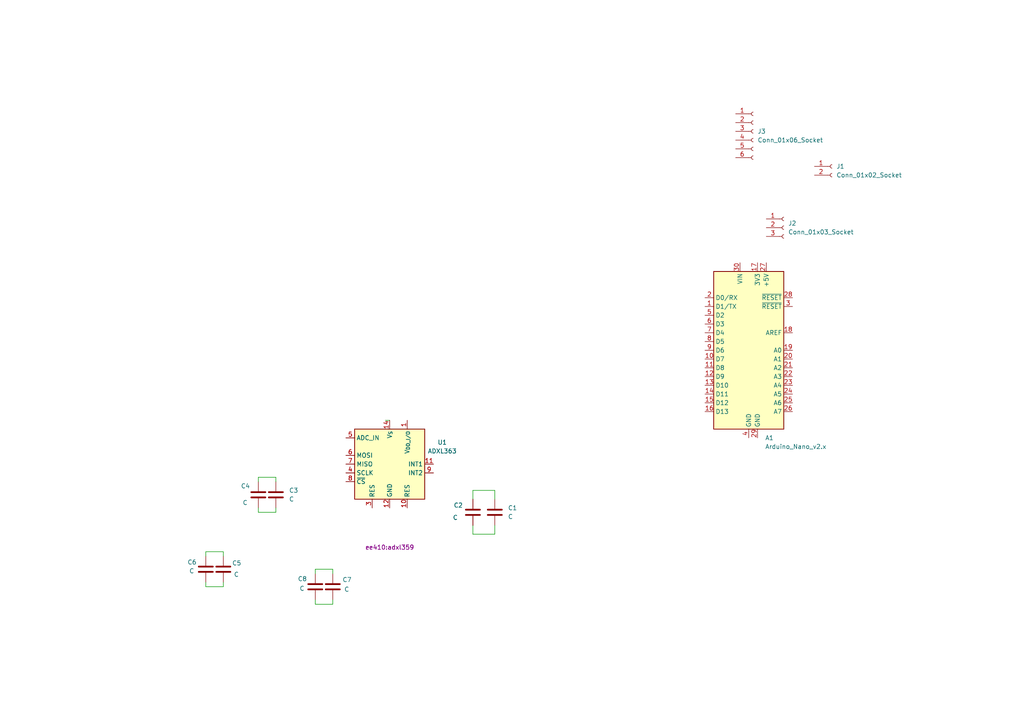
<source format=kicad_sch>
(kicad_sch
	(version 20231120)
	(generator "eeschema")
	(generator_version "8.0")
	(uuid "2848e7d1-fca4-4b90-bf80-04a83aeabd36")
	(paper "A4")
	(lib_symbols
		(symbol "Connector:Conn_01x02_Socket"
			(pin_names
				(offset 1.016) hide)
			(exclude_from_sim no)
			(in_bom yes)
			(on_board yes)
			(property "Reference" "J"
				(at 0 2.54 0)
				(effects
					(font
						(size 1.27 1.27)
					)
				)
			)
			(property "Value" "Conn_01x02_Socket"
				(at 0 -5.08 0)
				(effects
					(font
						(size 1.27 1.27)
					)
				)
			)
			(property "Footprint" ""
				(at 0 0 0)
				(effects
					(font
						(size 1.27 1.27)
					)
					(hide yes)
				)
			)
			(property "Datasheet" "~"
				(at 0 0 0)
				(effects
					(font
						(size 1.27 1.27)
					)
					(hide yes)
				)
			)
			(property "Description" "Generic connector, single row, 01x02, script generated"
				(at 0 0 0)
				(effects
					(font
						(size 1.27 1.27)
					)
					(hide yes)
				)
			)
			(property "ki_locked" ""
				(at 0 0 0)
				(effects
					(font
						(size 1.27 1.27)
					)
				)
			)
			(property "ki_keywords" "connector"
				(at 0 0 0)
				(effects
					(font
						(size 1.27 1.27)
					)
					(hide yes)
				)
			)
			(property "ki_fp_filters" "Connector*:*_1x??_*"
				(at 0 0 0)
				(effects
					(font
						(size 1.27 1.27)
					)
					(hide yes)
				)
			)
			(symbol "Conn_01x02_Socket_1_1"
				(arc
					(start 0 -2.032)
					(mid -0.5058 -2.54)
					(end 0 -3.048)
					(stroke
						(width 0.1524)
						(type default)
					)
					(fill
						(type none)
					)
				)
				(polyline
					(pts
						(xy -1.27 -2.54) (xy -0.508 -2.54)
					)
					(stroke
						(width 0.1524)
						(type default)
					)
					(fill
						(type none)
					)
				)
				(polyline
					(pts
						(xy -1.27 0) (xy -0.508 0)
					)
					(stroke
						(width 0.1524)
						(type default)
					)
					(fill
						(type none)
					)
				)
				(arc
					(start 0 0.508)
					(mid -0.5058 0)
					(end 0 -0.508)
					(stroke
						(width 0.1524)
						(type default)
					)
					(fill
						(type none)
					)
				)
				(pin passive line
					(at -5.08 0 0)
					(length 3.81)
					(name "Pin_1"
						(effects
							(font
								(size 1.27 1.27)
							)
						)
					)
					(number "1"
						(effects
							(font
								(size 1.27 1.27)
							)
						)
					)
				)
				(pin passive line
					(at -5.08 -2.54 0)
					(length 3.81)
					(name "Pin_2"
						(effects
							(font
								(size 1.27 1.27)
							)
						)
					)
					(number "2"
						(effects
							(font
								(size 1.27 1.27)
							)
						)
					)
				)
			)
		)
		(symbol "Connector:Conn_01x03_Socket"
			(pin_names
				(offset 1.016) hide)
			(exclude_from_sim no)
			(in_bom yes)
			(on_board yes)
			(property "Reference" "J"
				(at 0 5.08 0)
				(effects
					(font
						(size 1.27 1.27)
					)
				)
			)
			(property "Value" "Conn_01x03_Socket"
				(at 0 -5.08 0)
				(effects
					(font
						(size 1.27 1.27)
					)
				)
			)
			(property "Footprint" ""
				(at 0 0 0)
				(effects
					(font
						(size 1.27 1.27)
					)
					(hide yes)
				)
			)
			(property "Datasheet" "~"
				(at 0 0 0)
				(effects
					(font
						(size 1.27 1.27)
					)
					(hide yes)
				)
			)
			(property "Description" "Generic connector, single row, 01x03, script generated"
				(at 0 0 0)
				(effects
					(font
						(size 1.27 1.27)
					)
					(hide yes)
				)
			)
			(property "ki_locked" ""
				(at 0 0 0)
				(effects
					(font
						(size 1.27 1.27)
					)
				)
			)
			(property "ki_keywords" "connector"
				(at 0 0 0)
				(effects
					(font
						(size 1.27 1.27)
					)
					(hide yes)
				)
			)
			(property "ki_fp_filters" "Connector*:*_1x??_*"
				(at 0 0 0)
				(effects
					(font
						(size 1.27 1.27)
					)
					(hide yes)
				)
			)
			(symbol "Conn_01x03_Socket_1_1"
				(arc
					(start 0 -2.032)
					(mid -0.5058 -2.54)
					(end 0 -3.048)
					(stroke
						(width 0.1524)
						(type default)
					)
					(fill
						(type none)
					)
				)
				(polyline
					(pts
						(xy -1.27 -2.54) (xy -0.508 -2.54)
					)
					(stroke
						(width 0.1524)
						(type default)
					)
					(fill
						(type none)
					)
				)
				(polyline
					(pts
						(xy -1.27 0) (xy -0.508 0)
					)
					(stroke
						(width 0.1524)
						(type default)
					)
					(fill
						(type none)
					)
				)
				(polyline
					(pts
						(xy -1.27 2.54) (xy -0.508 2.54)
					)
					(stroke
						(width 0.1524)
						(type default)
					)
					(fill
						(type none)
					)
				)
				(arc
					(start 0 0.508)
					(mid -0.5058 0)
					(end 0 -0.508)
					(stroke
						(width 0.1524)
						(type default)
					)
					(fill
						(type none)
					)
				)
				(arc
					(start 0 3.048)
					(mid -0.5058 2.54)
					(end 0 2.032)
					(stroke
						(width 0.1524)
						(type default)
					)
					(fill
						(type none)
					)
				)
				(pin passive line
					(at -5.08 2.54 0)
					(length 3.81)
					(name "Pin_1"
						(effects
							(font
								(size 1.27 1.27)
							)
						)
					)
					(number "1"
						(effects
							(font
								(size 1.27 1.27)
							)
						)
					)
				)
				(pin passive line
					(at -5.08 0 0)
					(length 3.81)
					(name "Pin_2"
						(effects
							(font
								(size 1.27 1.27)
							)
						)
					)
					(number "2"
						(effects
							(font
								(size 1.27 1.27)
							)
						)
					)
				)
				(pin passive line
					(at -5.08 -2.54 0)
					(length 3.81)
					(name "Pin_3"
						(effects
							(font
								(size 1.27 1.27)
							)
						)
					)
					(number "3"
						(effects
							(font
								(size 1.27 1.27)
							)
						)
					)
				)
			)
		)
		(symbol "Connector:Conn_01x06_Socket"
			(pin_names
				(offset 1.016) hide)
			(exclude_from_sim no)
			(in_bom yes)
			(on_board yes)
			(property "Reference" "J"
				(at 0 7.62 0)
				(effects
					(font
						(size 1.27 1.27)
					)
				)
			)
			(property "Value" "Conn_01x06_Socket"
				(at 0 -10.16 0)
				(effects
					(font
						(size 1.27 1.27)
					)
				)
			)
			(property "Footprint" ""
				(at 0 0 0)
				(effects
					(font
						(size 1.27 1.27)
					)
					(hide yes)
				)
			)
			(property "Datasheet" "~"
				(at 0 0 0)
				(effects
					(font
						(size 1.27 1.27)
					)
					(hide yes)
				)
			)
			(property "Description" "Generic connector, single row, 01x06, script generated"
				(at 0 0 0)
				(effects
					(font
						(size 1.27 1.27)
					)
					(hide yes)
				)
			)
			(property "ki_locked" ""
				(at 0 0 0)
				(effects
					(font
						(size 1.27 1.27)
					)
				)
			)
			(property "ki_keywords" "connector"
				(at 0 0 0)
				(effects
					(font
						(size 1.27 1.27)
					)
					(hide yes)
				)
			)
			(property "ki_fp_filters" "Connector*:*_1x??_*"
				(at 0 0 0)
				(effects
					(font
						(size 1.27 1.27)
					)
					(hide yes)
				)
			)
			(symbol "Conn_01x06_Socket_1_1"
				(arc
					(start 0 -7.112)
					(mid -0.5058 -7.62)
					(end 0 -8.128)
					(stroke
						(width 0.1524)
						(type default)
					)
					(fill
						(type none)
					)
				)
				(arc
					(start 0 -4.572)
					(mid -0.5058 -5.08)
					(end 0 -5.588)
					(stroke
						(width 0.1524)
						(type default)
					)
					(fill
						(type none)
					)
				)
				(arc
					(start 0 -2.032)
					(mid -0.5058 -2.54)
					(end 0 -3.048)
					(stroke
						(width 0.1524)
						(type default)
					)
					(fill
						(type none)
					)
				)
				(polyline
					(pts
						(xy -1.27 -7.62) (xy -0.508 -7.62)
					)
					(stroke
						(width 0.1524)
						(type default)
					)
					(fill
						(type none)
					)
				)
				(polyline
					(pts
						(xy -1.27 -5.08) (xy -0.508 -5.08)
					)
					(stroke
						(width 0.1524)
						(type default)
					)
					(fill
						(type none)
					)
				)
				(polyline
					(pts
						(xy -1.27 -2.54) (xy -0.508 -2.54)
					)
					(stroke
						(width 0.1524)
						(type default)
					)
					(fill
						(type none)
					)
				)
				(polyline
					(pts
						(xy -1.27 0) (xy -0.508 0)
					)
					(stroke
						(width 0.1524)
						(type default)
					)
					(fill
						(type none)
					)
				)
				(polyline
					(pts
						(xy -1.27 2.54) (xy -0.508 2.54)
					)
					(stroke
						(width 0.1524)
						(type default)
					)
					(fill
						(type none)
					)
				)
				(polyline
					(pts
						(xy -1.27 5.08) (xy -0.508 5.08)
					)
					(stroke
						(width 0.1524)
						(type default)
					)
					(fill
						(type none)
					)
				)
				(arc
					(start 0 0.508)
					(mid -0.5058 0)
					(end 0 -0.508)
					(stroke
						(width 0.1524)
						(type default)
					)
					(fill
						(type none)
					)
				)
				(arc
					(start 0 3.048)
					(mid -0.5058 2.54)
					(end 0 2.032)
					(stroke
						(width 0.1524)
						(type default)
					)
					(fill
						(type none)
					)
				)
				(arc
					(start 0 5.588)
					(mid -0.5058 5.08)
					(end 0 4.572)
					(stroke
						(width 0.1524)
						(type default)
					)
					(fill
						(type none)
					)
				)
				(pin passive line
					(at -5.08 5.08 0)
					(length 3.81)
					(name "Pin_1"
						(effects
							(font
								(size 1.27 1.27)
							)
						)
					)
					(number "1"
						(effects
							(font
								(size 1.27 1.27)
							)
						)
					)
				)
				(pin passive line
					(at -5.08 2.54 0)
					(length 3.81)
					(name "Pin_2"
						(effects
							(font
								(size 1.27 1.27)
							)
						)
					)
					(number "2"
						(effects
							(font
								(size 1.27 1.27)
							)
						)
					)
				)
				(pin passive line
					(at -5.08 0 0)
					(length 3.81)
					(name "Pin_3"
						(effects
							(font
								(size 1.27 1.27)
							)
						)
					)
					(number "3"
						(effects
							(font
								(size 1.27 1.27)
							)
						)
					)
				)
				(pin passive line
					(at -5.08 -2.54 0)
					(length 3.81)
					(name "Pin_4"
						(effects
							(font
								(size 1.27 1.27)
							)
						)
					)
					(number "4"
						(effects
							(font
								(size 1.27 1.27)
							)
						)
					)
				)
				(pin passive line
					(at -5.08 -5.08 0)
					(length 3.81)
					(name "Pin_5"
						(effects
							(font
								(size 1.27 1.27)
							)
						)
					)
					(number "5"
						(effects
							(font
								(size 1.27 1.27)
							)
						)
					)
				)
				(pin passive line
					(at -5.08 -7.62 0)
					(length 3.81)
					(name "Pin_6"
						(effects
							(font
								(size 1.27 1.27)
							)
						)
					)
					(number "6"
						(effects
							(font
								(size 1.27 1.27)
							)
						)
					)
				)
			)
		)
		(symbol "Device:C"
			(pin_numbers hide)
			(pin_names
				(offset 0.254)
			)
			(exclude_from_sim no)
			(in_bom yes)
			(on_board yes)
			(property "Reference" "C"
				(at 0.635 2.54 0)
				(effects
					(font
						(size 1.27 1.27)
					)
					(justify left)
				)
			)
			(property "Value" "C"
				(at 0.635 -2.54 0)
				(effects
					(font
						(size 1.27 1.27)
					)
					(justify left)
				)
			)
			(property "Footprint" ""
				(at 0.9652 -3.81 0)
				(effects
					(font
						(size 1.27 1.27)
					)
					(hide yes)
				)
			)
			(property "Datasheet" "~"
				(at 0 0 0)
				(effects
					(font
						(size 1.27 1.27)
					)
					(hide yes)
				)
			)
			(property "Description" "Unpolarized capacitor"
				(at 0 0 0)
				(effects
					(font
						(size 1.27 1.27)
					)
					(hide yes)
				)
			)
			(property "ki_keywords" "cap capacitor"
				(at 0 0 0)
				(effects
					(font
						(size 1.27 1.27)
					)
					(hide yes)
				)
			)
			(property "ki_fp_filters" "C_*"
				(at 0 0 0)
				(effects
					(font
						(size 1.27 1.27)
					)
					(hide yes)
				)
			)
			(symbol "C_0_1"
				(polyline
					(pts
						(xy -2.032 -0.762) (xy 2.032 -0.762)
					)
					(stroke
						(width 0.508)
						(type default)
					)
					(fill
						(type none)
					)
				)
				(polyline
					(pts
						(xy -2.032 0.762) (xy 2.032 0.762)
					)
					(stroke
						(width 0.508)
						(type default)
					)
					(fill
						(type none)
					)
				)
			)
			(symbol "C_1_1"
				(pin passive line
					(at 0 3.81 270)
					(length 2.794)
					(name "~"
						(effects
							(font
								(size 1.27 1.27)
							)
						)
					)
					(number "1"
						(effects
							(font
								(size 1.27 1.27)
							)
						)
					)
				)
				(pin passive line
					(at 0 -3.81 90)
					(length 2.794)
					(name "~"
						(effects
							(font
								(size 1.27 1.27)
							)
						)
					)
					(number "2"
						(effects
							(font
								(size 1.27 1.27)
							)
						)
					)
				)
			)
		)
		(symbol "MCU_Module:Arduino_Nano_v2.x"
			(exclude_from_sim no)
			(in_bom yes)
			(on_board yes)
			(property "Reference" "A"
				(at -10.16 23.495 0)
				(effects
					(font
						(size 1.27 1.27)
					)
					(justify left bottom)
				)
			)
			(property "Value" "Arduino_Nano_v2.x"
				(at 5.08 -24.13 0)
				(effects
					(font
						(size 1.27 1.27)
					)
					(justify left top)
				)
			)
			(property "Footprint" "Module:Arduino_Nano"
				(at 0 0 0)
				(effects
					(font
						(size 1.27 1.27)
						(italic yes)
					)
					(hide yes)
				)
			)
			(property "Datasheet" "https://www.arduino.cc/en/uploads/Main/ArduinoNanoManual23.pdf"
				(at 0 0 0)
				(effects
					(font
						(size 1.27 1.27)
					)
					(hide yes)
				)
			)
			(property "Description" "Arduino Nano v2.x"
				(at 0 0 0)
				(effects
					(font
						(size 1.27 1.27)
					)
					(hide yes)
				)
			)
			(property "ki_keywords" "Arduino nano microcontroller module USB"
				(at 0 0 0)
				(effects
					(font
						(size 1.27 1.27)
					)
					(hide yes)
				)
			)
			(property "ki_fp_filters" "Arduino*Nano*"
				(at 0 0 0)
				(effects
					(font
						(size 1.27 1.27)
					)
					(hide yes)
				)
			)
			(symbol "Arduino_Nano_v2.x_0_1"
				(rectangle
					(start -10.16 22.86)
					(end 10.16 -22.86)
					(stroke
						(width 0.254)
						(type default)
					)
					(fill
						(type background)
					)
				)
			)
			(symbol "Arduino_Nano_v2.x_1_1"
				(pin bidirectional line
					(at -12.7 12.7 0)
					(length 2.54)
					(name "D1/TX"
						(effects
							(font
								(size 1.27 1.27)
							)
						)
					)
					(number "1"
						(effects
							(font
								(size 1.27 1.27)
							)
						)
					)
				)
				(pin bidirectional line
					(at -12.7 -2.54 0)
					(length 2.54)
					(name "D7"
						(effects
							(font
								(size 1.27 1.27)
							)
						)
					)
					(number "10"
						(effects
							(font
								(size 1.27 1.27)
							)
						)
					)
				)
				(pin bidirectional line
					(at -12.7 -5.08 0)
					(length 2.54)
					(name "D8"
						(effects
							(font
								(size 1.27 1.27)
							)
						)
					)
					(number "11"
						(effects
							(font
								(size 1.27 1.27)
							)
						)
					)
				)
				(pin bidirectional line
					(at -12.7 -7.62 0)
					(length 2.54)
					(name "D9"
						(effects
							(font
								(size 1.27 1.27)
							)
						)
					)
					(number "12"
						(effects
							(font
								(size 1.27 1.27)
							)
						)
					)
				)
				(pin bidirectional line
					(at -12.7 -10.16 0)
					(length 2.54)
					(name "D10"
						(effects
							(font
								(size 1.27 1.27)
							)
						)
					)
					(number "13"
						(effects
							(font
								(size 1.27 1.27)
							)
						)
					)
				)
				(pin bidirectional line
					(at -12.7 -12.7 0)
					(length 2.54)
					(name "D11"
						(effects
							(font
								(size 1.27 1.27)
							)
						)
					)
					(number "14"
						(effects
							(font
								(size 1.27 1.27)
							)
						)
					)
				)
				(pin bidirectional line
					(at -12.7 -15.24 0)
					(length 2.54)
					(name "D12"
						(effects
							(font
								(size 1.27 1.27)
							)
						)
					)
					(number "15"
						(effects
							(font
								(size 1.27 1.27)
							)
						)
					)
				)
				(pin bidirectional line
					(at -12.7 -17.78 0)
					(length 2.54)
					(name "D13"
						(effects
							(font
								(size 1.27 1.27)
							)
						)
					)
					(number "16"
						(effects
							(font
								(size 1.27 1.27)
							)
						)
					)
				)
				(pin power_out line
					(at 2.54 25.4 270)
					(length 2.54)
					(name "3V3"
						(effects
							(font
								(size 1.27 1.27)
							)
						)
					)
					(number "17"
						(effects
							(font
								(size 1.27 1.27)
							)
						)
					)
				)
				(pin input line
					(at 12.7 5.08 180)
					(length 2.54)
					(name "AREF"
						(effects
							(font
								(size 1.27 1.27)
							)
						)
					)
					(number "18"
						(effects
							(font
								(size 1.27 1.27)
							)
						)
					)
				)
				(pin bidirectional line
					(at 12.7 0 180)
					(length 2.54)
					(name "A0"
						(effects
							(font
								(size 1.27 1.27)
							)
						)
					)
					(number "19"
						(effects
							(font
								(size 1.27 1.27)
							)
						)
					)
				)
				(pin bidirectional line
					(at -12.7 15.24 0)
					(length 2.54)
					(name "D0/RX"
						(effects
							(font
								(size 1.27 1.27)
							)
						)
					)
					(number "2"
						(effects
							(font
								(size 1.27 1.27)
							)
						)
					)
				)
				(pin bidirectional line
					(at 12.7 -2.54 180)
					(length 2.54)
					(name "A1"
						(effects
							(font
								(size 1.27 1.27)
							)
						)
					)
					(number "20"
						(effects
							(font
								(size 1.27 1.27)
							)
						)
					)
				)
				(pin bidirectional line
					(at 12.7 -5.08 180)
					(length 2.54)
					(name "A2"
						(effects
							(font
								(size 1.27 1.27)
							)
						)
					)
					(number "21"
						(effects
							(font
								(size 1.27 1.27)
							)
						)
					)
				)
				(pin bidirectional line
					(at 12.7 -7.62 180)
					(length 2.54)
					(name "A3"
						(effects
							(font
								(size 1.27 1.27)
							)
						)
					)
					(number "22"
						(effects
							(font
								(size 1.27 1.27)
							)
						)
					)
				)
				(pin bidirectional line
					(at 12.7 -10.16 180)
					(length 2.54)
					(name "A4"
						(effects
							(font
								(size 1.27 1.27)
							)
						)
					)
					(number "23"
						(effects
							(font
								(size 1.27 1.27)
							)
						)
					)
				)
				(pin bidirectional line
					(at 12.7 -12.7 180)
					(length 2.54)
					(name "A5"
						(effects
							(font
								(size 1.27 1.27)
							)
						)
					)
					(number "24"
						(effects
							(font
								(size 1.27 1.27)
							)
						)
					)
				)
				(pin bidirectional line
					(at 12.7 -15.24 180)
					(length 2.54)
					(name "A6"
						(effects
							(font
								(size 1.27 1.27)
							)
						)
					)
					(number "25"
						(effects
							(font
								(size 1.27 1.27)
							)
						)
					)
				)
				(pin bidirectional line
					(at 12.7 -17.78 180)
					(length 2.54)
					(name "A7"
						(effects
							(font
								(size 1.27 1.27)
							)
						)
					)
					(number "26"
						(effects
							(font
								(size 1.27 1.27)
							)
						)
					)
				)
				(pin power_out line
					(at 5.08 25.4 270)
					(length 2.54)
					(name "+5V"
						(effects
							(font
								(size 1.27 1.27)
							)
						)
					)
					(number "27"
						(effects
							(font
								(size 1.27 1.27)
							)
						)
					)
				)
				(pin input line
					(at 12.7 15.24 180)
					(length 2.54)
					(name "~{RESET}"
						(effects
							(font
								(size 1.27 1.27)
							)
						)
					)
					(number "28"
						(effects
							(font
								(size 1.27 1.27)
							)
						)
					)
				)
				(pin power_in line
					(at 2.54 -25.4 90)
					(length 2.54)
					(name "GND"
						(effects
							(font
								(size 1.27 1.27)
							)
						)
					)
					(number "29"
						(effects
							(font
								(size 1.27 1.27)
							)
						)
					)
				)
				(pin input line
					(at 12.7 12.7 180)
					(length 2.54)
					(name "~{RESET}"
						(effects
							(font
								(size 1.27 1.27)
							)
						)
					)
					(number "3"
						(effects
							(font
								(size 1.27 1.27)
							)
						)
					)
				)
				(pin power_in line
					(at -2.54 25.4 270)
					(length 2.54)
					(name "VIN"
						(effects
							(font
								(size 1.27 1.27)
							)
						)
					)
					(number "30"
						(effects
							(font
								(size 1.27 1.27)
							)
						)
					)
				)
				(pin power_in line
					(at 0 -25.4 90)
					(length 2.54)
					(name "GND"
						(effects
							(font
								(size 1.27 1.27)
							)
						)
					)
					(number "4"
						(effects
							(font
								(size 1.27 1.27)
							)
						)
					)
				)
				(pin bidirectional line
					(at -12.7 10.16 0)
					(length 2.54)
					(name "D2"
						(effects
							(font
								(size 1.27 1.27)
							)
						)
					)
					(number "5"
						(effects
							(font
								(size 1.27 1.27)
							)
						)
					)
				)
				(pin bidirectional line
					(at -12.7 7.62 0)
					(length 2.54)
					(name "D3"
						(effects
							(font
								(size 1.27 1.27)
							)
						)
					)
					(number "6"
						(effects
							(font
								(size 1.27 1.27)
							)
						)
					)
				)
				(pin bidirectional line
					(at -12.7 5.08 0)
					(length 2.54)
					(name "D4"
						(effects
							(font
								(size 1.27 1.27)
							)
						)
					)
					(number "7"
						(effects
							(font
								(size 1.27 1.27)
							)
						)
					)
				)
				(pin bidirectional line
					(at -12.7 2.54 0)
					(length 2.54)
					(name "D5"
						(effects
							(font
								(size 1.27 1.27)
							)
						)
					)
					(number "8"
						(effects
							(font
								(size 1.27 1.27)
							)
						)
					)
				)
				(pin bidirectional line
					(at -12.7 0 0)
					(length 2.54)
					(name "D6"
						(effects
							(font
								(size 1.27 1.27)
							)
						)
					)
					(number "9"
						(effects
							(font
								(size 1.27 1.27)
							)
						)
					)
				)
			)
		)
		(symbol "Sensor_Motion:ADXL363"
			(exclude_from_sim no)
			(in_bom yes)
			(on_board yes)
			(property "Reference" "U"
				(at -8.89 11.43 0)
				(effects
					(font
						(size 1.27 1.27)
					)
				)
			)
			(property "Value" "ADXL363"
				(at 6.35 11.43 0)
				(effects
					(font
						(size 1.27 1.27)
					)
					(justify left)
				)
			)
			(property "Footprint" "Sensor_Motion:Analog_LGA-16_3.25x3mm_P0.5mm_LayoutBorder3x5y"
				(at 0 -24.13 0)
				(effects
					(font
						(size 1.27 1.27)
					)
					(hide yes)
				)
			)
			(property "Datasheet" "https://www.analog.com/media/en/technical-documentation/data-sheets/ADXL363.pdf"
				(at 0 -26.67 0)
				(effects
					(font
						(size 1.27 1.27)
					)
					(hide yes)
				)
			)
			(property "Description" "Micropower 3-Axis Accelerometer, Thermometer, 2/4/8g range, SPI, LGA-16"
				(at 0 0 0)
				(effects
					(font
						(size 1.27 1.27)
					)
					(hide yes)
				)
			)
			(property "ki_keywords" "3-axis accelerometer spi mems thermometer"
				(at 0 0 0)
				(effects
					(font
						(size 1.27 1.27)
					)
					(hide yes)
				)
			)
			(property "ki_fp_filters" "*LGA?16*3.25x3mm*P0.5mm*LayoutBorder3x5y*"
				(at 0 0 0)
				(effects
					(font
						(size 1.27 1.27)
					)
					(hide yes)
				)
			)
			(symbol "ADXL363_0_1"
				(rectangle
					(start -10.16 10.16)
					(end 10.16 -10.16)
					(stroke
						(width 0.254)
						(type default)
					)
					(fill
						(type background)
					)
				)
			)
			(symbol "ADXL363_1_1"
				(pin power_in line
					(at 5.08 12.7 270)
					(length 2.54)
					(name "V_{DD_I/O}"
						(effects
							(font
								(size 1.27 1.27)
							)
						)
					)
					(number "1"
						(effects
							(font
								(size 1.27 1.27)
							)
						)
					)
				)
				(pin passive line
					(at 5.08 -12.7 90)
					(length 2.54)
					(name "RES"
						(effects
							(font
								(size 1.27 1.27)
							)
						)
					)
					(number "10"
						(effects
							(font
								(size 1.27 1.27)
							)
						)
					)
				)
				(pin output line
					(at 12.7 0 180)
					(length 2.54)
					(name "INT1"
						(effects
							(font
								(size 1.27 1.27)
							)
						)
					)
					(number "11"
						(effects
							(font
								(size 1.27 1.27)
							)
						)
					)
				)
				(pin power_in line
					(at 0 -12.7 90)
					(length 2.54)
					(name "GND"
						(effects
							(font
								(size 1.27 1.27)
							)
						)
					)
					(number "12"
						(effects
							(font
								(size 1.27 1.27)
							)
						)
					)
				)
				(pin passive line
					(at 0 -12.7 90)
					(length 2.54) hide
					(name "GND"
						(effects
							(font
								(size 1.27 1.27)
							)
						)
					)
					(number "13"
						(effects
							(font
								(size 1.27 1.27)
							)
						)
					)
				)
				(pin power_in line
					(at 0 12.7 270)
					(length 2.54)
					(name "V_{S}"
						(effects
							(font
								(size 1.27 1.27)
							)
						)
					)
					(number "14"
						(effects
							(font
								(size 1.27 1.27)
							)
						)
					)
				)
				(pin passive line
					(at 0 -12.7 90)
					(length 2.54) hide
					(name "GND"
						(effects
							(font
								(size 1.27 1.27)
							)
						)
					)
					(number "16"
						(effects
							(font
								(size 1.27 1.27)
							)
						)
					)
				)
				(pin passive line
					(at -5.08 -12.7 90)
					(length 2.54)
					(name "RES"
						(effects
							(font
								(size 1.27 1.27)
							)
						)
					)
					(number "3"
						(effects
							(font
								(size 1.27 1.27)
							)
						)
					)
				)
				(pin input line
					(at -12.7 -2.54 0)
					(length 2.54)
					(name "SCLK"
						(effects
							(font
								(size 1.27 1.27)
							)
						)
					)
					(number "4"
						(effects
							(font
								(size 1.27 1.27)
							)
						)
					)
				)
				(pin input line
					(at -12.7 7.62 0)
					(length 2.54)
					(name "ADC_IN"
						(effects
							(font
								(size 1.27 1.27)
							)
						)
					)
					(number "5"
						(effects
							(font
								(size 1.27 1.27)
							)
						)
					)
				)
				(pin input line
					(at -12.7 2.54 0)
					(length 2.54)
					(name "MOSI"
						(effects
							(font
								(size 1.27 1.27)
							)
						)
					)
					(number "6"
						(effects
							(font
								(size 1.27 1.27)
							)
						)
					)
				)
				(pin output line
					(at -12.7 0 0)
					(length 2.54)
					(name "MISO"
						(effects
							(font
								(size 1.27 1.27)
							)
						)
					)
					(number "7"
						(effects
							(font
								(size 1.27 1.27)
							)
						)
					)
				)
				(pin input line
					(at -12.7 -5.08 0)
					(length 2.54)
					(name "~{CS}"
						(effects
							(font
								(size 1.27 1.27)
							)
						)
					)
					(number "8"
						(effects
							(font
								(size 1.27 1.27)
							)
						)
					)
				)
				(pin output line
					(at 12.7 -2.54 180)
					(length 2.54)
					(name "INT2"
						(effects
							(font
								(size 1.27 1.27)
							)
						)
					)
					(number "9"
						(effects
							(font
								(size 1.27 1.27)
							)
						)
					)
				)
			)
		)
	)
	(wire
		(pts
			(xy 74.93 147.32) (xy 74.93 148.59)
		)
		(stroke
			(width 0)
			(type default)
		)
		(uuid "1335d01d-ad80-4f47-9e52-cd5c71ffd636")
	)
	(wire
		(pts
			(xy 74.93 139.7) (xy 74.93 138.43)
		)
		(stroke
			(width 0)
			(type default)
		)
		(uuid "133c51bf-3c25-401b-84b5-7b32d6d50939")
	)
	(wire
		(pts
			(xy 64.77 168.91) (xy 64.77 170.18)
		)
		(stroke
			(width 0)
			(type default)
		)
		(uuid "14a73ad6-c874-4a6b-b823-33f63f9c6dca")
	)
	(wire
		(pts
			(xy 111.76 121.92) (xy 113.03 121.92)
		)
		(stroke
			(width 0)
			(type default)
		)
		(uuid "1cc176e2-266b-48af-9531-dbc5d46a393f")
	)
	(wire
		(pts
			(xy 137.16 142.24) (xy 143.51 142.24)
		)
		(stroke
			(width 0)
			(type default)
		)
		(uuid "1e19c2b3-6391-4ed9-8119-7c96b41559ed")
	)
	(wire
		(pts
			(xy 91.44 173.99) (xy 91.44 175.26)
		)
		(stroke
			(width 0)
			(type default)
		)
		(uuid "1ec1d564-a551-4ad5-b94f-7e0401a0f7b5")
	)
	(wire
		(pts
			(xy 96.52 165.1) (xy 96.52 166.37)
		)
		(stroke
			(width 0)
			(type default)
		)
		(uuid "27d4eeaf-96db-4b99-91f5-1579e19acbe5")
	)
	(wire
		(pts
			(xy 91.44 175.26) (xy 96.52 175.26)
		)
		(stroke
			(width 0)
			(type default)
		)
		(uuid "2b3ef0bc-2841-4425-97db-ce5ed67e76af")
	)
	(wire
		(pts
			(xy 59.69 170.18) (xy 64.77 170.18)
		)
		(stroke
			(width 0)
			(type default)
		)
		(uuid "4a545b67-d246-46d7-9f41-acd51a8fec04")
	)
	(wire
		(pts
			(xy 137.16 154.94) (xy 143.51 154.94)
		)
		(stroke
			(width 0)
			(type default)
		)
		(uuid "563d8f16-8b21-492f-9a71-0375f72f036e")
	)
	(wire
		(pts
			(xy 80.01 138.43) (xy 80.01 139.7)
		)
		(stroke
			(width 0)
			(type default)
		)
		(uuid "5eac2e8f-60ec-4d6f-906d-09bc8c2a39b7")
	)
	(wire
		(pts
			(xy 64.77 160.02) (xy 64.77 161.29)
		)
		(stroke
			(width 0)
			(type default)
		)
		(uuid "682b9f69-e3a1-4898-a473-b839c96e74d6")
	)
	(wire
		(pts
			(xy 74.93 138.43) (xy 80.01 138.43)
		)
		(stroke
			(width 0)
			(type default)
		)
		(uuid "74dd7311-d32d-4988-bbd2-8d50583c5938")
	)
	(wire
		(pts
			(xy 96.52 173.99) (xy 96.52 175.26)
		)
		(stroke
			(width 0)
			(type default)
		)
		(uuid "75e9e186-9185-414d-b3df-054be7d1fd7f")
	)
	(wire
		(pts
			(xy 137.16 152.4) (xy 137.16 154.94)
		)
		(stroke
			(width 0)
			(type default)
		)
		(uuid "8e446260-bb1f-47d5-8f15-da4d5e91b15f")
	)
	(wire
		(pts
			(xy 59.69 160.02) (xy 64.77 160.02)
		)
		(stroke
			(width 0)
			(type default)
		)
		(uuid "9cd71172-4469-41ed-a126-b11a9a5b392a")
	)
	(wire
		(pts
			(xy 80.01 148.59) (xy 80.01 147.32)
		)
		(stroke
			(width 0)
			(type default)
		)
		(uuid "c1d6af75-c139-4988-a55b-17da79cf8e5d")
	)
	(wire
		(pts
			(xy 137.16 144.78) (xy 137.16 142.24)
		)
		(stroke
			(width 0)
			(type default)
		)
		(uuid "cc781c2d-09b9-4163-ba08-f89bddcb16f7")
	)
	(wire
		(pts
			(xy 91.44 166.37) (xy 91.44 165.1)
		)
		(stroke
			(width 0)
			(type default)
		)
		(uuid "ceace490-feb0-477b-8819-05ad74eea3af")
	)
	(wire
		(pts
			(xy 143.51 154.94) (xy 143.51 152.4)
		)
		(stroke
			(width 0)
			(type default)
		)
		(uuid "d3782a46-d882-41b3-a0d0-1d4ebd5bc46f")
	)
	(wire
		(pts
			(xy 59.69 168.91) (xy 59.69 170.18)
		)
		(stroke
			(width 0)
			(type default)
		)
		(uuid "d6098b3c-d240-434a-a686-5a187c06ce58")
	)
	(wire
		(pts
			(xy 91.44 165.1) (xy 96.52 165.1)
		)
		(stroke
			(width 0)
			(type default)
		)
		(uuid "e5125f7a-1d65-42e4-bb09-0b42cf334218")
	)
	(wire
		(pts
			(xy 143.51 142.24) (xy 143.51 144.78)
		)
		(stroke
			(width 0)
			(type default)
		)
		(uuid "e6fdcbc5-97b1-43d7-8fa6-f9a2f5a7fa0e")
	)
	(wire
		(pts
			(xy 59.69 161.29) (xy 59.69 160.02)
		)
		(stroke
			(width 0)
			(type default)
		)
		(uuid "e8902ff6-b3c1-466b-b8f1-6f81ddd216f0")
	)
	(wire
		(pts
			(xy 74.93 148.59) (xy 80.01 148.59)
		)
		(stroke
			(width 0)
			(type default)
		)
		(uuid "f761eed8-7f8c-44cd-a642-97961a7f914f")
	)
	(symbol
		(lib_id "Device:C")
		(at 137.16 148.59 0)
		(unit 1)
		(exclude_from_sim no)
		(in_bom yes)
		(on_board yes)
		(dnp no)
		(uuid "018dcd19-c04c-4f9c-85f2-0c83ac6c39c5")
		(property "Reference" "C2"
			(at 131.572 146.558 0)
			(effects
				(font
					(size 1.27 1.27)
				)
				(justify left)
			)
		)
		(property "Value" "C"
			(at 131.318 150.114 0)
			(effects
				(font
					(size 1.27 1.27)
				)
				(justify left)
			)
		)
		(property "Footprint" "Capacitor_SMD:C_0603_1608Metric_Pad1.08x0.95mm_HandSolder"
			(at 162.306 143.256 0)
			(effects
				(font
					(size 1.27 1.27)
				)
				(hide yes)
			)
		)
		(property "Datasheet" "~"
			(at 137.16 148.59 0)
			(effects
				(font
					(size 1.27 1.27)
				)
				(hide yes)
			)
		)
		(property "Description" "Unpolarized capacitor"
			(at 137.16 148.59 0)
			(effects
				(font
					(size 1.27 1.27)
				)
				(hide yes)
			)
		)
		(pin "1"
			(uuid "3c3d82ce-fa26-412a-ac48-519dc23783ee")
		)
		(pin "2"
			(uuid "bd4214c9-0d83-4e45-bfaf-ac2dbf0280a0")
		)
		(instances
			(project "carte-ee410"
				(path "/2848e7d1-fca4-4b90-bf80-04a83aeabd36"
					(reference "C2")
					(unit 1)
				)
			)
		)
	)
	(symbol
		(lib_id "Device:C")
		(at 74.93 143.51 0)
		(unit 1)
		(exclude_from_sim no)
		(in_bom yes)
		(on_board yes)
		(dnp no)
		(uuid "09b365a2-1638-4e8d-87e6-231e69c8bd44")
		(property "Reference" "C4"
			(at 69.85 140.97 0)
			(effects
				(font
					(size 1.27 1.27)
				)
				(justify left)
			)
		)
		(property "Value" "C"
			(at 70.358 145.796 0)
			(effects
				(font
					(size 1.27 1.27)
				)
				(justify left)
			)
		)
		(property "Footprint" "Capacitor_SMD:C_0603_1608Metric_Pad1.08x0.95mm_HandSolder"
			(at 56.134 137.16 0)
			(effects
				(font
					(size 1.27 1.27)
				)
				(hide yes)
			)
		)
		(property "Datasheet" "~"
			(at 74.93 143.51 0)
			(effects
				(font
					(size 1.27 1.27)
				)
				(hide yes)
			)
		)
		(property "Description" "Unpolarized capacitor"
			(at 74.93 143.51 0)
			(effects
				(font
					(size 1.27 1.27)
				)
				(hide yes)
			)
		)
		(pin "1"
			(uuid "ffe77267-7540-442c-bba7-bdeb6b85f60f")
		)
		(pin "2"
			(uuid "84229c9e-9728-4cad-8c3f-fbd69818fa2e")
		)
		(instances
			(project "carte-ee410"
				(path "/2848e7d1-fca4-4b90-bf80-04a83aeabd36"
					(reference "C4")
					(unit 1)
				)
			)
		)
	)
	(symbol
		(lib_id "Connector:Conn_01x03_Socket")
		(at 227.33 66.04 0)
		(unit 1)
		(exclude_from_sim no)
		(in_bom yes)
		(on_board yes)
		(dnp no)
		(uuid "3ef2c415-55da-4cfa-96b1-fd72baa5dafb")
		(property "Reference" "J2"
			(at 228.6 64.7699 0)
			(effects
				(font
					(size 1.27 1.27)
				)
				(justify left)
			)
		)
		(property "Value" "Conn_01x03_Socket"
			(at 228.6 67.3099 0)
			(effects
				(font
					(size 1.27 1.27)
				)
				(justify left)
			)
		)
		(property "Footprint" "Connector_Samtec_HPM_THT:Samtec_HPM-03-01-x-S_Straight_1x03_Pitch5.08mm"
			(at 218.44 60.452 0)
			(effects
				(font
					(size 1.27 1.27)
				)
				(hide yes)
			)
		)
		(property "Datasheet" "~"
			(at 227.33 66.04 0)
			(effects
				(font
					(size 1.27 1.27)
				)
				(hide yes)
			)
		)
		(property "Description" "Generic connector, single row, 01x03, script generated"
			(at 227.33 66.04 0)
			(effects
				(font
					(size 1.27 1.27)
				)
				(hide yes)
			)
		)
		(pin "1"
			(uuid "038031f7-6236-407c-b51f-04f8c5abd1aa")
		)
		(pin "3"
			(uuid "10eebade-29ed-4068-9cf4-53bcba5098a7")
		)
		(pin "2"
			(uuid "c9a2455f-28d9-4029-8143-772aefef5b53")
		)
		(instances
			(project "carte-ee410"
				(path "/2848e7d1-fca4-4b90-bf80-04a83aeabd36"
					(reference "J2")
					(unit 1)
				)
			)
		)
	)
	(symbol
		(lib_id "Device:C")
		(at 59.69 165.1 0)
		(unit 1)
		(exclude_from_sim no)
		(in_bom yes)
		(on_board yes)
		(dnp no)
		(uuid "6b500bb0-550a-45ab-981c-6feb6e79e352")
		(property "Reference" "C6"
			(at 54.356 163.068 0)
			(effects
				(font
					(size 1.27 1.27)
				)
				(justify left)
			)
		)
		(property "Value" "C"
			(at 54.864 165.608 0)
			(effects
				(font
					(size 1.27 1.27)
				)
				(justify left)
			)
		)
		(property "Footprint" "Capacitor_SMD:C_0603_1608Metric_Pad1.08x0.95mm_HandSolder"
			(at 37.084 155.702 0)
			(effects
				(font
					(size 1.27 1.27)
				)
				(hide yes)
			)
		)
		(property "Datasheet" "~"
			(at 59.69 165.1 0)
			(effects
				(font
					(size 1.27 1.27)
				)
				(hide yes)
			)
		)
		(property "Description" "Unpolarized capacitor"
			(at 59.69 165.1 0)
			(effects
				(font
					(size 1.27 1.27)
				)
				(hide yes)
			)
		)
		(pin "1"
			(uuid "8059b9c3-8740-4e93-a4d7-46b604dec5b3")
		)
		(pin "2"
			(uuid "4a3ddf9c-0220-429c-8817-a60b9228814e")
		)
		(instances
			(project "carte-ee410"
				(path "/2848e7d1-fca4-4b90-bf80-04a83aeabd36"
					(reference "C6")
					(unit 1)
				)
			)
		)
	)
	(symbol
		(lib_id "Connector:Conn_01x06_Socket")
		(at 218.44 38.1 0)
		(unit 1)
		(exclude_from_sim no)
		(in_bom yes)
		(on_board yes)
		(dnp no)
		(uuid "78fe42ef-1e08-45e1-aa08-ba6980a19c8d")
		(property "Reference" "J3"
			(at 219.71 38.0999 0)
			(effects
				(font
					(size 1.27 1.27)
				)
				(justify left)
			)
		)
		(property "Value" "Conn_01x06_Socket"
			(at 219.71 40.6399 0)
			(effects
				(font
					(size 1.27 1.27)
				)
				(justify left)
			)
		)
		(property "Footprint" "Connector_Samtec_HPM_THT:Samtec_HPM-06-01-x-S_Straight_1x06_Pitch5.08mm"
			(at 214.884 29.21 0)
			(effects
				(font
					(size 1.27 1.27)
				)
				(hide yes)
			)
		)
		(property "Datasheet" "~"
			(at 218.44 38.1 0)
			(effects
				(font
					(size 1.27 1.27)
				)
				(hide yes)
			)
		)
		(property "Description" "Generic connector, single row, 01x06, script generated"
			(at 218.44 38.1 0)
			(effects
				(font
					(size 1.27 1.27)
				)
				(hide yes)
			)
		)
		(pin "3"
			(uuid "a0c4d5ea-cbb1-463b-93ab-6141bdbb560f")
		)
		(pin "5"
			(uuid "c2c1539b-9819-450c-a185-1cb5e535b5ec")
		)
		(pin "4"
			(uuid "764aa1ef-e996-4581-a6af-5585fa617fee")
		)
		(pin "1"
			(uuid "754ae74f-21a4-4532-9499-781cb196fc01")
		)
		(pin "6"
			(uuid "88634077-86b7-4703-aa4c-f5455481e91b")
		)
		(pin "2"
			(uuid "afa4dc8b-bec8-49d4-8012-da96a22d5052")
		)
		(instances
			(project "carte-ee410"
				(path "/2848e7d1-fca4-4b90-bf80-04a83aeabd36"
					(reference "J3")
					(unit 1)
				)
			)
		)
	)
	(symbol
		(lib_id "Device:C")
		(at 91.44 170.18 0)
		(unit 1)
		(exclude_from_sim no)
		(in_bom yes)
		(on_board yes)
		(dnp no)
		(uuid "7c01886c-a176-4256-bbea-3d9732c190f2")
		(property "Reference" "C8"
			(at 86.36 167.894 0)
			(effects
				(font
					(size 1.27 1.27)
				)
				(justify left)
			)
		)
		(property "Value" "C"
			(at 86.868 170.688 0)
			(effects
				(font
					(size 1.27 1.27)
				)
				(justify left)
			)
		)
		(property "Footprint" "Capacitor_SMD:C_0603_1608Metric_Pad1.08x0.95mm_HandSolder"
			(at 80.01 151.892 0)
			(effects
				(font
					(size 1.27 1.27)
				)
				(hide yes)
			)
		)
		(property "Datasheet" "~"
			(at 91.44 170.18 0)
			(effects
				(font
					(size 1.27 1.27)
				)
				(hide yes)
			)
		)
		(property "Description" "Unpolarized capacitor"
			(at 91.44 170.18 0)
			(effects
				(font
					(size 1.27 1.27)
				)
				(hide yes)
			)
		)
		(pin "1"
			(uuid "7fa956c4-d48d-4cb7-9a07-39d2088f0f56")
		)
		(pin "2"
			(uuid "7c2ab1ed-ab56-478b-a6ed-6449ab76f0cb")
		)
		(instances
			(project "carte-ee410"
				(path "/2848e7d1-fca4-4b90-bf80-04a83aeabd36"
					(reference "C8")
					(unit 1)
				)
			)
		)
	)
	(symbol
		(lib_id "MCU_Module:Arduino_Nano_v2.x")
		(at 217.17 101.6 0)
		(unit 1)
		(exclude_from_sim no)
		(in_bom yes)
		(on_board yes)
		(dnp no)
		(fields_autoplaced yes)
		(uuid "911f23d7-ed78-4074-993e-f11e913e7f2e")
		(property "Reference" "A1"
			(at 221.9041 127 0)
			(effects
				(font
					(size 1.27 1.27)
				)
				(justify left)
			)
		)
		(property "Value" "Arduino_Nano_v2.x"
			(at 221.9041 129.54 0)
			(effects
				(font
					(size 1.27 1.27)
				)
				(justify left)
			)
		)
		(property "Footprint" "Module:Arduino_Nano"
			(at 217.17 101.6 0)
			(effects
				(font
					(size 1.27 1.27)
					(italic yes)
				)
				(hide yes)
			)
		)
		(property "Datasheet" "https://www.arduino.cc/en/uploads/Main/ArduinoNanoManual23.pdf"
			(at 217.17 101.6 0)
			(effects
				(font
					(size 1.27 1.27)
				)
				(hide yes)
			)
		)
		(property "Description" "Arduino Nano v2.x"
			(at 217.17 101.6 0)
			(effects
				(font
					(size 1.27 1.27)
				)
				(hide yes)
			)
		)
		(pin "26"
			(uuid "08e42138-294c-4227-b3b7-9a88c06fdf79")
		)
		(pin "5"
			(uuid "9f8c64a8-c78e-4939-8f69-45c71fd5452d")
		)
		(pin "18"
			(uuid "767e9255-9c08-477d-89e9-259b9afdba0c")
		)
		(pin "2"
			(uuid "67d1748d-e184-4b33-8944-9ce7336299dd")
		)
		(pin "14"
			(uuid "0b4ded4e-c2e0-4b8c-bbd3-3ceaeb9d4897")
		)
		(pin "13"
			(uuid "3bbb84cf-5b30-49da-8d4f-7a7540555aa3")
		)
		(pin "21"
			(uuid "04c4bbca-9bc0-4d02-a8ac-637c3d80f39d")
		)
		(pin "22"
			(uuid "5044c106-2773-4304-8cfd-140d9cbc4888")
		)
		(pin "10"
			(uuid "ea0486dd-af14-4723-b242-f30cbc657856")
		)
		(pin "12"
			(uuid "a2ad9202-46d4-4a19-a12d-3d2e3ad85042")
		)
		(pin "17"
			(uuid "de5e2726-e318-4327-8354-374d8a9c1786")
		)
		(pin "15"
			(uuid "413ba9c7-46b0-4eee-a502-5cfa9d7d8cb9")
		)
		(pin "23"
			(uuid "7f65c017-6bf7-4cb2-875b-c1029ba42778")
		)
		(pin "20"
			(uuid "8a975dba-b4c0-4341-9fc8-1e2cb25864d6")
		)
		(pin "1"
			(uuid "337c6bbe-9c0d-4937-a190-5af50064e855")
		)
		(pin "29"
			(uuid "8b9c704d-3cc2-4763-acea-eb65e9c367a0")
		)
		(pin "19"
			(uuid "3b6dc79c-088c-4782-8daf-fab0a123c5e1")
		)
		(pin "24"
			(uuid "bb671048-4b7a-4940-8623-f4ad3bfe39c6")
		)
		(pin "16"
			(uuid "419c896a-73d1-46c0-835f-adde1fe3a41b")
		)
		(pin "28"
			(uuid "aa80e6ba-a837-46e4-8bcf-a289b926b1bb")
		)
		(pin "3"
			(uuid "42ef7f5d-4a72-48b1-b2f8-b36514e58437")
		)
		(pin "25"
			(uuid "cbb4c5f8-8cef-42e2-a3e5-5191bdf8ffdc")
		)
		(pin "30"
			(uuid "9ec9f689-599a-46c8-bc4a-649a7914a13e")
		)
		(pin "6"
			(uuid "bc16e5fc-8e2b-42a9-a46e-e6d780a03efa")
		)
		(pin "11"
			(uuid "690e7822-5003-4342-80a8-3d879e2df88e")
		)
		(pin "9"
			(uuid "4a6006d9-da5c-41e1-9eb7-3480a1a954a2")
		)
		(pin "27"
			(uuid "06cde72f-93b8-4f71-a2f6-e0dda15598d1")
		)
		(pin "4"
			(uuid "2b9f5c04-2a5c-4cbf-8903-8794b23ae4ca")
		)
		(pin "7"
			(uuid "c91e5c75-686c-4bf7-89bd-7f3f6e44c0d2")
		)
		(pin "8"
			(uuid "dc3fa516-60ba-4268-b899-ae4eba9851ff")
		)
		(instances
			(project "carte-ee410"
				(path "/2848e7d1-fca4-4b90-bf80-04a83aeabd36"
					(reference "A1")
					(unit 1)
				)
			)
		)
	)
	(symbol
		(lib_id "Connector:Conn_01x02_Socket")
		(at 241.3 48.26 0)
		(unit 1)
		(exclude_from_sim no)
		(in_bom yes)
		(on_board yes)
		(dnp no)
		(uuid "b7ec47b1-9432-4b04-9dfc-915804c9a21f")
		(property "Reference" "J1"
			(at 242.57 48.2599 0)
			(effects
				(font
					(size 1.27 1.27)
				)
				(justify left)
			)
		)
		(property "Value" "Conn_01x02_Socket"
			(at 242.57 50.7999 0)
			(effects
				(font
					(size 1.27 1.27)
				)
				(justify left)
			)
		)
		(property "Footprint" "Connector_Samtec_HPM_THT:Samtec_HPM-02-01-x-S_Straight_1x02_Pitch5.08mm"
			(at 243.586 53.848 0)
			(effects
				(font
					(size 1.27 1.27)
				)
				(hide yes)
			)
		)
		(property "Datasheet" "~"
			(at 241.3 48.26 0)
			(effects
				(font
					(size 1.27 1.27)
				)
				(hide yes)
			)
		)
		(property "Description" "Generic connector, single row, 01x02, script generated"
			(at 241.3 48.26 0)
			(effects
				(font
					(size 1.27 1.27)
				)
				(hide yes)
			)
		)
		(pin "1"
			(uuid "b4b49bdf-3255-4346-bc79-a854e1b5ec6d")
		)
		(pin "2"
			(uuid "c8619396-e413-49ca-b14f-0d3d2936486f")
		)
		(instances
			(project "carte-ee410"
				(path "/2848e7d1-fca4-4b90-bf80-04a83aeabd36"
					(reference "J1")
					(unit 1)
				)
			)
		)
	)
	(symbol
		(lib_id "Device:C")
		(at 96.52 170.18 0)
		(unit 1)
		(exclude_from_sim no)
		(in_bom yes)
		(on_board yes)
		(dnp no)
		(uuid "bbdd70c4-106b-486f-8728-7738a431dd9c")
		(property "Reference" "C7"
			(at 99.314 168.148 0)
			(effects
				(font
					(size 1.27 1.27)
				)
				(justify left)
			)
		)
		(property "Value" "C"
			(at 99.822 170.942 0)
			(effects
				(font
					(size 1.27 1.27)
				)
				(justify left)
			)
		)
		(property "Footprint" "Capacitor_SMD:C_0603_1608Metric_Pad1.08x0.95mm_HandSolder"
			(at 107.696 179.07 0)
			(effects
				(font
					(size 1.27 1.27)
				)
				(hide yes)
			)
		)
		(property "Datasheet" "~"
			(at 96.52 170.18 0)
			(effects
				(font
					(size 1.27 1.27)
				)
				(hide yes)
			)
		)
		(property "Description" "Unpolarized capacitor"
			(at 96.52 170.18 0)
			(effects
				(font
					(size 1.27 1.27)
				)
				(hide yes)
			)
		)
		(pin "1"
			(uuid "0fd487c2-84f8-4d9e-88ee-d738d13a25d7")
		)
		(pin "2"
			(uuid "983db6e1-0f60-4eee-a8dd-d779d2643dcf")
		)
		(instances
			(project "carte-ee410"
				(path "/2848e7d1-fca4-4b90-bf80-04a83aeabd36"
					(reference "C7")
					(unit 1)
				)
			)
		)
	)
	(symbol
		(lib_id "Sensor_Motion:ADXL363")
		(at 113.03 134.62 0)
		(unit 1)
		(exclude_from_sim no)
		(in_bom yes)
		(on_board yes)
		(dnp no)
		(fields_autoplaced yes)
		(uuid "be74a2d2-9ddd-450a-a35e-8d7336519a61")
		(property "Reference" "U1"
			(at 128.27 128.3014 0)
			(effects
				(font
					(size 1.27 1.27)
				)
			)
		)
		(property "Value" "ADXL363"
			(at 128.27 130.8414 0)
			(effects
				(font
					(size 1.27 1.27)
				)
			)
		)
		(property "Footprint" "ee410:adxl359"
			(at 113.03 158.75 0)
			(effects
				(font
					(size 1.27 1.27)
				)
			)
		)
		(property "Datasheet" "https://www.analog.com/media/en/technical-documentation/data-sheets/ADXL363.pdf"
			(at 113.03 161.29 0)
			(effects
				(font
					(size 1.27 1.27)
				)
				(hide yes)
			)
		)
		(property "Description" "Micropower 3-Axis Accelerometer, Thermometer, 2/4/8g range, SPI, LGA-16"
			(at 113.03 134.62 0)
			(effects
				(font
					(size 1.27 1.27)
				)
				(hide yes)
			)
		)
		(pin "14"
			(uuid "b67099b7-288f-44d8-bded-5dd33bdfb2dc")
		)
		(pin "5"
			(uuid "29026809-8a92-4146-a86d-acedbc2d08c9")
		)
		(pin "1"
			(uuid "ccf39c58-4b97-4207-8f86-0210e7fc4437")
		)
		(pin "4"
			(uuid "8a0e96a6-3ca6-4465-bd53-44dcba115ca4")
		)
		(pin "10"
			(uuid "bb344dc0-86db-4532-8906-680b04e8e938")
		)
		(pin "11"
			(uuid "00069641-c1b4-417f-9281-7add7ebdd64c")
		)
		(pin "9"
			(uuid "89fd115f-ce27-4bcb-bd3f-e0252c683eb3")
		)
		(pin "8"
			(uuid "dcd69e81-40e4-454e-be8b-9aa25e1d7615")
		)
		(pin "3"
			(uuid "8dbe64ce-645e-455b-8342-32783a38165c")
		)
		(pin "6"
			(uuid "f5be706f-b0fa-44e4-9547-acdf45a09350")
		)
		(pin "16"
			(uuid "50683569-6ab3-4c07-a763-2dd6fd833e45")
		)
		(pin "12"
			(uuid "c2389a34-3877-4510-bff3-c3a290f51bb6")
		)
		(pin "7"
			(uuid "49a39bd6-3f90-4b5b-ad57-c20e01852d32")
		)
		(pin "13"
			(uuid "339c417b-cf90-4670-bb52-9e55b7478dfe")
		)
		(instances
			(project "carte-ee410"
				(path "/2848e7d1-fca4-4b90-bf80-04a83aeabd36"
					(reference "U1")
					(unit 1)
				)
			)
		)
	)
	(symbol
		(lib_id "Device:C")
		(at 143.51 148.59 0)
		(unit 1)
		(exclude_from_sim no)
		(in_bom yes)
		(on_board yes)
		(dnp no)
		(uuid "cb9d37fa-d604-4026-8a2b-945373581ce1")
		(property "Reference" "C1"
			(at 147.32 147.3199 0)
			(effects
				(font
					(size 1.27 1.27)
				)
				(justify left)
			)
		)
		(property "Value" "C"
			(at 147.32 149.8599 0)
			(effects
				(font
					(size 1.27 1.27)
				)
				(justify left)
			)
		)
		(property "Footprint" "Capacitor_SMD:C_0603_1608Metric_Pad1.08x0.95mm_HandSolder"
			(at 162.306 139.954 0)
			(effects
				(font
					(size 1.27 1.27)
				)
				(hide yes)
			)
		)
		(property "Datasheet" "~"
			(at 143.51 148.59 0)
			(effects
				(font
					(size 1.27 1.27)
				)
				(hide yes)
			)
		)
		(property "Description" "Unpolarized capacitor"
			(at 143.51 148.59 0)
			(effects
				(font
					(size 1.27 1.27)
				)
				(hide yes)
			)
		)
		(pin "1"
			(uuid "629da264-4d84-420b-afd1-3f96cda8f9a2")
		)
		(pin "2"
			(uuid "397e80d3-e6df-4a8e-be75-aab2890615c3")
		)
		(instances
			(project "carte-ee410"
				(path "/2848e7d1-fca4-4b90-bf80-04a83aeabd36"
					(reference "C1")
					(unit 1)
				)
			)
		)
	)
	(symbol
		(lib_id "Device:C")
		(at 80.01 143.51 0)
		(unit 1)
		(exclude_from_sim no)
		(in_bom yes)
		(on_board yes)
		(dnp no)
		(uuid "dd9ff7e0-da35-4d6d-b02e-3398b2e08542")
		(property "Reference" "C3"
			(at 83.82 142.2399 0)
			(effects
				(font
					(size 1.27 1.27)
				)
				(justify left)
			)
		)
		(property "Value" "C"
			(at 83.82 144.7799 0)
			(effects
				(font
					(size 1.27 1.27)
				)
				(justify left)
			)
		)
		(property "Footprint" "Capacitor_SMD:C_0603_1608Metric_Pad1.08x0.95mm_HandSolder"
			(at 55.88 134.62 0)
			(effects
				(font
					(size 1.27 1.27)
				)
				(hide yes)
			)
		)
		(property "Datasheet" "~"
			(at 80.01 143.51 0)
			(effects
				(font
					(size 1.27 1.27)
				)
				(hide yes)
			)
		)
		(property "Description" "Unpolarized capacitor"
			(at 80.01 143.51 0)
			(effects
				(font
					(size 1.27 1.27)
				)
				(hide yes)
			)
		)
		(pin "1"
			(uuid "4d003d7b-8101-45e7-b026-834a79503c51")
		)
		(pin "2"
			(uuid "145e7e38-2ea9-4f24-bb9c-7f2a71e5c922")
		)
		(instances
			(project "carte-ee410"
				(path "/2848e7d1-fca4-4b90-bf80-04a83aeabd36"
					(reference "C3")
					(unit 1)
				)
			)
		)
	)
	(symbol
		(lib_id "Device:C")
		(at 64.77 165.1 0)
		(unit 1)
		(exclude_from_sim no)
		(in_bom yes)
		(on_board yes)
		(dnp no)
		(uuid "f6e1824d-7632-4595-aa34-7069a61dd04a")
		(property "Reference" "C5"
			(at 67.31 163.322 0)
			(effects
				(font
					(size 1.27 1.27)
				)
				(justify left)
			)
		)
		(property "Value" "C"
			(at 67.818 166.624 0)
			(effects
				(font
					(size 1.27 1.27)
				)
				(justify left)
			)
		)
		(property "Footprint" "Capacitor_SMD:C_0603_1608Metric_Pad1.08x0.95mm_HandSolder"
			(at 37.592 157.988 0)
			(effects
				(font
					(size 1.27 1.27)
				)
				(hide yes)
			)
		)
		(property "Datasheet" "~"
			(at 64.77 165.1 0)
			(effects
				(font
					(size 1.27 1.27)
				)
				(hide yes)
			)
		)
		(property "Description" "Unpolarized capacitor"
			(at 64.77 165.1 0)
			(effects
				(font
					(size 1.27 1.27)
				)
				(hide yes)
			)
		)
		(pin "1"
			(uuid "dfd95652-cd0a-45fe-9238-58b76a613630")
		)
		(pin "2"
			(uuid "5b61c9ef-9186-450a-8b17-5b44c2213144")
		)
		(instances
			(project "carte-ee410"
				(path "/2848e7d1-fca4-4b90-bf80-04a83aeabd36"
					(reference "C5")
					(unit 1)
				)
			)
		)
	)
	(sheet_instances
		(path "/"
			(page "1")
		)
	)
)

</source>
